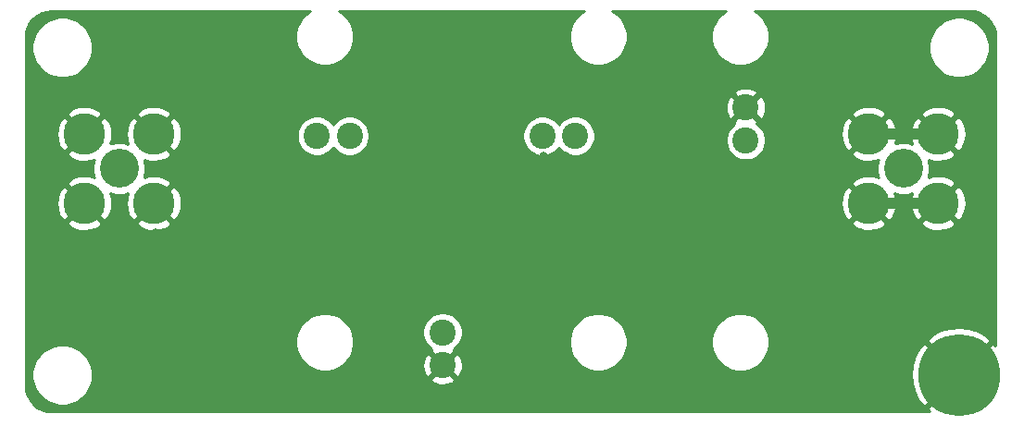
<source format=gbr>
%TF.GenerationSoftware,KiCad,Pcbnew,(5.1.9)-1*%
%TF.CreationDate,2021-06-05T18:29:07-04:00*%
%TF.ProjectId,SMD_Filter,534d445f-4669-46c7-9465-722e6b696361,rev?*%
%TF.SameCoordinates,Original*%
%TF.FileFunction,Copper,L2,Bot*%
%TF.FilePolarity,Positive*%
%FSLAX46Y46*%
G04 Gerber Fmt 4.6, Leading zero omitted, Abs format (unit mm)*
G04 Created by KiCad (PCBNEW (5.1.9)-1) date 2021-06-05 18:29:07*
%MOMM*%
%LPD*%
G01*
G04 APERTURE LIST*
%TA.AperFunction,ComponentPad*%
%ADD10C,7.500000*%
%TD*%
%TA.AperFunction,ComponentPad*%
%ADD11C,2.400000*%
%TD*%
%TA.AperFunction,ComponentPad*%
%ADD12C,3.810000*%
%TD*%
%TA.AperFunction,ComponentPad*%
%ADD13C,3.556000*%
%TD*%
%TA.AperFunction,ViaPad*%
%ADD14C,0.800000*%
%TD*%
%TA.AperFunction,Conductor*%
%ADD15C,1.000000*%
%TD*%
%TA.AperFunction,Conductor*%
%ADD16C,0.254000*%
%TD*%
%TA.AperFunction,Conductor*%
%ADD17C,0.100000*%
%TD*%
G04 APERTURE END LIST*
D10*
%TO.P,H1,1*%
%TO.N,GND*%
X186000000Y-105000000D03*
%TD*%
D11*
%TO.P,L4,2*%
%TO.N,Net-(C4-Pad1)*%
X166500000Y-83500000D03*
%TO.P,L4,1*%
%TO.N,GND*%
X166500000Y-80500000D03*
%TD*%
%TO.P,L3,2*%
%TO.N,Net-(C2-Pad1)*%
X147900000Y-83100000D03*
%TO.P,L3,1*%
%TO.N,Net-(C4-Pad1)*%
X150900000Y-83100000D03*
%TD*%
%TO.P,L2,2*%
%TO.N,Net-(C3-Pad1)*%
X138775000Y-101100000D03*
%TO.P,L2,1*%
%TO.N,GND*%
X138775000Y-104100000D03*
%TD*%
%TO.P,L1,2*%
%TO.N,Net-(C1-Pad1)*%
X127275000Y-83100000D03*
%TO.P,L1,1*%
%TO.N,Net-(C2-Pad1)*%
X130275000Y-83100000D03*
%TD*%
D12*
%TO.P,J2,2*%
%TO.N,GND*%
X184100000Y-89275000D03*
X177750000Y-89275000D03*
X184100000Y-82925000D03*
D13*
%TO.P,J2,1*%
%TO.N,Net-(C4-Pad1)*%
X180925000Y-86100000D03*
D12*
%TO.P,J2,2*%
%TO.N,GND*%
X177750000Y-82925000D03*
%TD*%
%TO.P,J1,2*%
%TO.N,GND*%
X112375000Y-89275000D03*
X106025000Y-89275000D03*
X112375000Y-82925000D03*
D13*
%TO.P,J1,1*%
%TO.N,Net-(C1-Pad2)*%
X109200000Y-86100000D03*
D12*
%TO.P,J1,2*%
%TO.N,GND*%
X106025000Y-82925000D03*
%TD*%
D14*
%TO.N,GND*%
X144000000Y-84000000D03*
X144000000Y-83000000D03*
X144000000Y-82000000D03*
X144000000Y-81000000D03*
X144000000Y-80000000D03*
X144000000Y-79000000D03*
X156000000Y-82000000D03*
X156000000Y-79000000D03*
X156000000Y-83000000D03*
X156000000Y-81000000D03*
X156000000Y-80000000D03*
X152000000Y-85000000D03*
X152000000Y-87000000D03*
X152000000Y-86000000D03*
X161000000Y-80000000D03*
X173000000Y-79000000D03*
X173000000Y-80000000D03*
X161000000Y-79000000D03*
X173000000Y-81000000D03*
X161000000Y-81000000D03*
X173000000Y-82000000D03*
X173000000Y-84000000D03*
X173000000Y-83000000D03*
X163000000Y-82000000D03*
X163000000Y-84000000D03*
X163000000Y-83000000D03*
X117000000Y-80000000D03*
X142400000Y-104100000D03*
X121000000Y-80000000D03*
X121000000Y-83000000D03*
X117000000Y-83000000D03*
X128000000Y-80000000D03*
X130000000Y-80000000D03*
X132000000Y-80000000D03*
X132000000Y-81000000D03*
X134000000Y-81000000D03*
X134000000Y-80000000D03*
X134000000Y-79000000D03*
X132000000Y-79000000D03*
X130000000Y-79000000D03*
X128000000Y-79000000D03*
X126000000Y-79000000D03*
X126000000Y-80000000D03*
X126000000Y-81000000D03*
X127000000Y-86000000D03*
X129000000Y-86000000D03*
X131000000Y-86000000D03*
X129000000Y-85000000D03*
X134000000Y-84000000D03*
X134000000Y-83000000D03*
X134000000Y-82000000D03*
X152000000Y-79000000D03*
X150000000Y-80000000D03*
X146000000Y-82000000D03*
X152000000Y-81000000D03*
X154000000Y-80000000D03*
X148000000Y-79000000D03*
X146000000Y-80000000D03*
X154000000Y-82000000D03*
X152000000Y-80000000D03*
X154000000Y-81000000D03*
X146000000Y-81000000D03*
X150000000Y-79000000D03*
X146000000Y-79000000D03*
X154000000Y-79000000D03*
X148000000Y-80000000D03*
X150000000Y-85000000D03*
X150000000Y-86000000D03*
X150000000Y-87000000D03*
X148000000Y-87000000D03*
X148000000Y-85000000D03*
X148000000Y-86000000D03*
X163000000Y-80000000D03*
X171000000Y-80000000D03*
X171000000Y-79000000D03*
X169000000Y-79000000D03*
X163000000Y-79000000D03*
X171000000Y-81000000D03*
X163000000Y-81000000D03*
X171000000Y-83000000D03*
X171000000Y-82000000D03*
X171000000Y-84000000D03*
X161000000Y-82000000D03*
X161000000Y-83000000D03*
X161000000Y-84000000D03*
X124000000Y-84000000D03*
X124000000Y-80000000D03*
X124000000Y-83000000D03*
X124000000Y-82000000D03*
X124000000Y-81000000D03*
X124000000Y-79000000D03*
X144000000Y-77500000D03*
X156000000Y-77500000D03*
X152000000Y-77500000D03*
X154000000Y-77500000D03*
X148000000Y-77500000D03*
X150000000Y-77500000D03*
X146000000Y-77500000D03*
X154000000Y-92000000D03*
X146000000Y-92000000D03*
X156000000Y-92000000D03*
X150000000Y-92000000D03*
X148000000Y-92000000D03*
X152000000Y-92000000D03*
X144000000Y-92000000D03*
X148000000Y-94000000D03*
X150000000Y-94000000D03*
X154000000Y-94000000D03*
X156000000Y-94000000D03*
X144000000Y-94000000D03*
X146000000Y-94000000D03*
X152000000Y-94000000D03*
X150000000Y-96500000D03*
X146000000Y-96500000D03*
X148000000Y-96500000D03*
X154000000Y-96500000D03*
X156000000Y-96500000D03*
X144000000Y-96500000D03*
X152000000Y-96500000D03*
X164500000Y-94000000D03*
X160500000Y-94000000D03*
X158500000Y-96500000D03*
X162500000Y-92000000D03*
X164500000Y-96500000D03*
X168500000Y-96500000D03*
X164500000Y-92000000D03*
X162500000Y-94000000D03*
X160500000Y-96500000D03*
X168500000Y-94000000D03*
X168500000Y-92000000D03*
X170500000Y-92000000D03*
X170500000Y-94000000D03*
X162500000Y-96500000D03*
X158500000Y-94000000D03*
X158500000Y-92000000D03*
X160500000Y-92000000D03*
X166500000Y-94000000D03*
X166500000Y-96500000D03*
X170500000Y-96500000D03*
X166500000Y-92000000D03*
X173000000Y-92000000D03*
X173000000Y-96500000D03*
X179000000Y-92000000D03*
X183000000Y-94000000D03*
X181000000Y-96500000D03*
X183000000Y-96500000D03*
X177000000Y-94000000D03*
X175000000Y-96500000D03*
X175000000Y-92000000D03*
X181000000Y-94000000D03*
X177000000Y-92000000D03*
X179000000Y-94000000D03*
X185000000Y-94000000D03*
X183000000Y-92000000D03*
X177000000Y-96500000D03*
X173000000Y-94000000D03*
X179000000Y-96500000D03*
X185000000Y-92000000D03*
X185000000Y-96500000D03*
X175000000Y-94000000D03*
X181000000Y-92000000D03*
X128500000Y-94000000D03*
X128500000Y-92000000D03*
X134500000Y-92000000D03*
X126500000Y-94000000D03*
X134500000Y-96500000D03*
X126500000Y-92000000D03*
X132500000Y-94000000D03*
X130500000Y-92000000D03*
X136500000Y-92000000D03*
X136500000Y-94000000D03*
X134500000Y-94000000D03*
X124500000Y-94000000D03*
X124500000Y-92000000D03*
X124500000Y-96500000D03*
X130500000Y-94000000D03*
X130500000Y-96500000D03*
X126500000Y-96500000D03*
X128500000Y-96500000D03*
X132500000Y-92000000D03*
X132500000Y-96500000D03*
X136500000Y-96500000D03*
X112500000Y-94000000D03*
X122500000Y-92000000D03*
X110500000Y-92000000D03*
X114500000Y-94000000D03*
X120500000Y-94000000D03*
X116500000Y-94000000D03*
X118500000Y-92000000D03*
X114500000Y-96500000D03*
X118500000Y-96500000D03*
X122500000Y-96500000D03*
X112500000Y-96500000D03*
X120500000Y-96500000D03*
X122500000Y-94000000D03*
X112500000Y-92000000D03*
X110500000Y-94000000D03*
X118500000Y-94000000D03*
X120500000Y-92000000D03*
X116500000Y-92000000D03*
X110500000Y-96500000D03*
X114500000Y-92000000D03*
X116500000Y-96500000D03*
X136500000Y-100500000D03*
X132000000Y-104500000D03*
X134000000Y-100500000D03*
X132000000Y-100500000D03*
X134000000Y-104500000D03*
X134000000Y-102500000D03*
X136500000Y-102500000D03*
X132000000Y-102500000D03*
X136500000Y-104500000D03*
X157000000Y-104500000D03*
X157000000Y-100500000D03*
X161500000Y-102500000D03*
X157000000Y-102500000D03*
X161500000Y-100500000D03*
X159000000Y-100500000D03*
X161500000Y-104500000D03*
X159000000Y-104500000D03*
X159000000Y-102500000D03*
X150000000Y-104500000D03*
X147500000Y-100500000D03*
X150000000Y-102500000D03*
X150000000Y-100500000D03*
X147500000Y-104500000D03*
X147500000Y-102500000D03*
X133000000Y-90000000D03*
X135000000Y-87500000D03*
X137000000Y-90000000D03*
X135000000Y-90000000D03*
X140500000Y-87500000D03*
X140500000Y-90000000D03*
X142500000Y-90000000D03*
X146000000Y-90000000D03*
X144000000Y-87500000D03*
X144000000Y-90000000D03*
X142500000Y-87500000D03*
X142500000Y-94000000D03*
X140500000Y-96500000D03*
X142500000Y-96500000D03*
X140500000Y-94000000D03*
X140500000Y-92000000D03*
X142500000Y-92000000D03*
X142500000Y-81000000D03*
X140500000Y-83500000D03*
X140500000Y-81000000D03*
X142500000Y-83500000D03*
X142500000Y-79000000D03*
X140500000Y-79000000D03*
X136500000Y-81000000D03*
X136500000Y-83500000D03*
X136500000Y-79000000D03*
X138500000Y-79000000D03*
X138500000Y-81000000D03*
X138500000Y-83500000D03*
X163000000Y-88000000D03*
X167000000Y-90000000D03*
X161000000Y-90000000D03*
X159000000Y-88000000D03*
X165000000Y-90000000D03*
X161000000Y-88000000D03*
X163000000Y-90000000D03*
X169000000Y-90000000D03*
X167000000Y-88000000D03*
X169000000Y-88000000D03*
X159000000Y-90000000D03*
X165000000Y-88000000D03*
X106000000Y-93000000D03*
X106000000Y-95000000D03*
X104000000Y-95000000D03*
X108000000Y-95000000D03*
X104000000Y-93000000D03*
X104000000Y-97500000D03*
X108000000Y-97500000D03*
X108000000Y-93000000D03*
X106000000Y-97500000D03*
X117000000Y-75000000D03*
X115000000Y-73000000D03*
X119000000Y-75000000D03*
X119000000Y-77500000D03*
X117000000Y-77500000D03*
X117000000Y-73000000D03*
X115000000Y-75000000D03*
X115000000Y-77500000D03*
X119000000Y-73000000D03*
X113000000Y-77500000D03*
X109000000Y-73000000D03*
X113000000Y-75000000D03*
X113000000Y-73000000D03*
X109000000Y-75000000D03*
X111000000Y-75000000D03*
X111000000Y-77500000D03*
X111000000Y-73000000D03*
X109000000Y-77500000D03*
X140000000Y-77000000D03*
X136000000Y-72500000D03*
X140000000Y-72500000D03*
X138000000Y-72500000D03*
X134000000Y-72500000D03*
X138000000Y-74500000D03*
X138000000Y-77000000D03*
X136000000Y-74500000D03*
X142000000Y-72500000D03*
X132000000Y-74500000D03*
X140000000Y-74500000D03*
X132000000Y-77000000D03*
X142000000Y-77000000D03*
X132000000Y-72500000D03*
X134000000Y-74500000D03*
X134000000Y-77000000D03*
X142000000Y-74500000D03*
X136000000Y-77000000D03*
X172000000Y-77000000D03*
X182000000Y-77000000D03*
X172000000Y-72500000D03*
X174000000Y-77000000D03*
X182000000Y-74500000D03*
X180000000Y-74500000D03*
X176000000Y-77000000D03*
X178000000Y-74500000D03*
X182000000Y-72500000D03*
X178000000Y-72500000D03*
X180000000Y-77000000D03*
X172000000Y-74500000D03*
X174000000Y-72500000D03*
X176000000Y-72500000D03*
X178000000Y-77000000D03*
X180000000Y-72500000D03*
X176000000Y-74500000D03*
X174000000Y-74500000D03*
%TD*%
D15*
%TO.N,GND*%
X177750000Y-82925000D02*
X184100000Y-82925000D01*
X184100000Y-89275000D02*
X177750000Y-89275000D01*
%TD*%
D16*
%TO.N,GND*%
X126299826Y-71928332D02*
X125928332Y-72299826D01*
X125636451Y-72736657D01*
X125435400Y-73222037D01*
X125332905Y-73737314D01*
X125332905Y-74262686D01*
X125435400Y-74777963D01*
X125636451Y-75263343D01*
X125928332Y-75700174D01*
X126299826Y-76071668D01*
X126736657Y-76363549D01*
X127222037Y-76564600D01*
X127737314Y-76667095D01*
X128262686Y-76667095D01*
X128777963Y-76564600D01*
X129263343Y-76363549D01*
X129700174Y-76071668D01*
X130071668Y-75700174D01*
X130363549Y-75263343D01*
X130564600Y-74777963D01*
X130667095Y-74262686D01*
X130667095Y-73737314D01*
X130564600Y-73222037D01*
X130363549Y-72736657D01*
X130071668Y-72299826D01*
X129700174Y-71928332D01*
X129298587Y-71660000D01*
X151701413Y-71660000D01*
X151299826Y-71928332D01*
X150928332Y-72299826D01*
X150636451Y-72736657D01*
X150435400Y-73222037D01*
X150332905Y-73737314D01*
X150332905Y-74262686D01*
X150435400Y-74777963D01*
X150636451Y-75263343D01*
X150928332Y-75700174D01*
X151299826Y-76071668D01*
X151736657Y-76363549D01*
X152222037Y-76564600D01*
X152737314Y-76667095D01*
X153262686Y-76667095D01*
X153777963Y-76564600D01*
X154263343Y-76363549D01*
X154700174Y-76071668D01*
X155071668Y-75700174D01*
X155363549Y-75263343D01*
X155564600Y-74777963D01*
X155667095Y-74262686D01*
X155667095Y-73737314D01*
X155564600Y-73222037D01*
X155363549Y-72736657D01*
X155071668Y-72299826D01*
X154700174Y-71928332D01*
X154298587Y-71660000D01*
X164701413Y-71660000D01*
X164299826Y-71928332D01*
X163928332Y-72299826D01*
X163636451Y-72736657D01*
X163435400Y-73222037D01*
X163332905Y-73737314D01*
X163332905Y-74262686D01*
X163435400Y-74777963D01*
X163636451Y-75263343D01*
X163928332Y-75700174D01*
X164299826Y-76071668D01*
X164736657Y-76363549D01*
X165222037Y-76564600D01*
X165737314Y-76667095D01*
X166262686Y-76667095D01*
X166777963Y-76564600D01*
X167263343Y-76363549D01*
X167700174Y-76071668D01*
X168071668Y-75700174D01*
X168363549Y-75263343D01*
X168564600Y-74777963D01*
X168574995Y-74725701D01*
X183215000Y-74725701D01*
X183215000Y-75274299D01*
X183322026Y-75812354D01*
X183531965Y-76319192D01*
X183836750Y-76775334D01*
X184224666Y-77163250D01*
X184680808Y-77468035D01*
X185187646Y-77677974D01*
X185725701Y-77785000D01*
X186274299Y-77785000D01*
X186812354Y-77677974D01*
X187319192Y-77468035D01*
X187775334Y-77163250D01*
X188163250Y-76775334D01*
X188468035Y-76319192D01*
X188677974Y-75812354D01*
X188785000Y-75274299D01*
X188785000Y-74725701D01*
X188677974Y-74187646D01*
X188468035Y-73680808D01*
X188163250Y-73224666D01*
X187775334Y-72836750D01*
X187319192Y-72531965D01*
X186812354Y-72322026D01*
X186274299Y-72215000D01*
X185725701Y-72215000D01*
X185187646Y-72322026D01*
X184680808Y-72531965D01*
X184224666Y-72836750D01*
X183836750Y-73224666D01*
X183531965Y-73680808D01*
X183322026Y-74187646D01*
X183215000Y-74725701D01*
X168574995Y-74725701D01*
X168667095Y-74262686D01*
X168667095Y-73737314D01*
X168564600Y-73222037D01*
X168363549Y-72736657D01*
X168071668Y-72299826D01*
X167700174Y-71928332D01*
X167298587Y-71660000D01*
X186967721Y-71660000D01*
X187453893Y-71707670D01*
X187890498Y-71839489D01*
X188293185Y-72053600D01*
X188646612Y-72341848D01*
X188937327Y-72693261D01*
X189154242Y-73094439D01*
X189289106Y-73530113D01*
X189340001Y-74014353D01*
X189340000Y-102281409D01*
X189091872Y-102087733D01*
X186179605Y-105000000D01*
X186193748Y-105014143D01*
X186014143Y-105193748D01*
X186000000Y-105179605D01*
X183087733Y-108091872D01*
X183281409Y-108340000D01*
X103032279Y-108340000D01*
X102546106Y-108292330D01*
X102109503Y-108160512D01*
X101706814Y-107946399D01*
X101353387Y-107658150D01*
X101062673Y-107306739D01*
X100845760Y-106905564D01*
X100710894Y-106469886D01*
X100660000Y-105985664D01*
X100660000Y-104725701D01*
X101215000Y-104725701D01*
X101215000Y-105274299D01*
X101322026Y-105812354D01*
X101531965Y-106319192D01*
X101836750Y-106775334D01*
X102224666Y-107163250D01*
X102680808Y-107468035D01*
X103187646Y-107677974D01*
X103725701Y-107785000D01*
X104274299Y-107785000D01*
X104812354Y-107677974D01*
X105319192Y-107468035D01*
X105775334Y-107163250D01*
X106163250Y-106775334D01*
X106468035Y-106319192D01*
X106677974Y-105812354D01*
X106764376Y-105377980D01*
X137676626Y-105377980D01*
X137796514Y-105662836D01*
X138120210Y-105823699D01*
X138469069Y-105918322D01*
X138829684Y-105943067D01*
X139188198Y-105896985D01*
X139530833Y-105781846D01*
X139753486Y-105662836D01*
X139873374Y-105377980D01*
X138775000Y-104279605D01*
X137676626Y-105377980D01*
X106764376Y-105377980D01*
X106785000Y-105274299D01*
X106785000Y-104725701D01*
X106677974Y-104187646D01*
X106468035Y-103680808D01*
X106163250Y-103224666D01*
X105775334Y-102836750D01*
X105319192Y-102531965D01*
X104812354Y-102322026D01*
X104274299Y-102215000D01*
X103725701Y-102215000D01*
X103187646Y-102322026D01*
X102680808Y-102531965D01*
X102224666Y-102836750D01*
X101836750Y-103224666D01*
X101531965Y-103680808D01*
X101322026Y-104187646D01*
X101215000Y-104725701D01*
X100660000Y-104725701D01*
X100660000Y-101737314D01*
X125332905Y-101737314D01*
X125332905Y-102262686D01*
X125435400Y-102777963D01*
X125636451Y-103263343D01*
X125928332Y-103700174D01*
X126299826Y-104071668D01*
X126736657Y-104363549D01*
X127222037Y-104564600D01*
X127737314Y-104667095D01*
X128262686Y-104667095D01*
X128777963Y-104564600D01*
X129263343Y-104363549D01*
X129575931Y-104154684D01*
X136931933Y-104154684D01*
X136978015Y-104513198D01*
X137093154Y-104855833D01*
X137212164Y-105078486D01*
X137497020Y-105198374D01*
X138595395Y-104100000D01*
X138954605Y-104100000D01*
X140052980Y-105198374D01*
X140337836Y-105078486D01*
X140399707Y-104953986D01*
X181594024Y-104953986D01*
X181669707Y-105814434D01*
X181911801Y-106643583D01*
X182311001Y-107409570D01*
X182362128Y-107486088D01*
X182908128Y-107912267D01*
X185820395Y-105000000D01*
X182908128Y-102087733D01*
X182362128Y-102513912D01*
X181947017Y-103271395D01*
X181687661Y-104095307D01*
X181594024Y-104953986D01*
X140399707Y-104953986D01*
X140498699Y-104754790D01*
X140593322Y-104405931D01*
X140618067Y-104045316D01*
X140571985Y-103686802D01*
X140456846Y-103344167D01*
X140337836Y-103121514D01*
X140052980Y-103001626D01*
X138954605Y-104100000D01*
X138595395Y-104100000D01*
X137497020Y-103001626D01*
X137212164Y-103121514D01*
X137051301Y-103445210D01*
X136956678Y-103794069D01*
X136931933Y-104154684D01*
X129575931Y-104154684D01*
X129700174Y-104071668D01*
X130071668Y-103700174D01*
X130363549Y-103263343D01*
X130564600Y-102777963D01*
X130667095Y-102262686D01*
X130667095Y-101737314D01*
X130564600Y-101222037D01*
X130439189Y-100919268D01*
X136940000Y-100919268D01*
X136940000Y-101280732D01*
X137010518Y-101635250D01*
X137148844Y-101969199D01*
X137349662Y-102269744D01*
X137605256Y-102525338D01*
X137758419Y-102627678D01*
X137676626Y-102822020D01*
X138775000Y-103920395D01*
X139873374Y-102822020D01*
X139791581Y-102627678D01*
X139944744Y-102525338D01*
X140200338Y-102269744D01*
X140401156Y-101969199D01*
X140497205Y-101737314D01*
X150332905Y-101737314D01*
X150332905Y-102262686D01*
X150435400Y-102777963D01*
X150636451Y-103263343D01*
X150928332Y-103700174D01*
X151299826Y-104071668D01*
X151736657Y-104363549D01*
X152222037Y-104564600D01*
X152737314Y-104667095D01*
X153262686Y-104667095D01*
X153777963Y-104564600D01*
X154263343Y-104363549D01*
X154700174Y-104071668D01*
X155071668Y-103700174D01*
X155363549Y-103263343D01*
X155564600Y-102777963D01*
X155667095Y-102262686D01*
X155667095Y-101737314D01*
X163332905Y-101737314D01*
X163332905Y-102262686D01*
X163435400Y-102777963D01*
X163636451Y-103263343D01*
X163928332Y-103700174D01*
X164299826Y-104071668D01*
X164736657Y-104363549D01*
X165222037Y-104564600D01*
X165737314Y-104667095D01*
X166262686Y-104667095D01*
X166777963Y-104564600D01*
X167263343Y-104363549D01*
X167700174Y-104071668D01*
X168071668Y-103700174D01*
X168363549Y-103263343D01*
X168564600Y-102777963D01*
X168667095Y-102262686D01*
X168667095Y-101908128D01*
X183087733Y-101908128D01*
X186000000Y-104820395D01*
X188912267Y-101908128D01*
X188486088Y-101362128D01*
X187728605Y-100947017D01*
X186904693Y-100687661D01*
X186046014Y-100594024D01*
X185185566Y-100669707D01*
X184356417Y-100911801D01*
X183590430Y-101311001D01*
X183513912Y-101362128D01*
X183087733Y-101908128D01*
X168667095Y-101908128D01*
X168667095Y-101737314D01*
X168564600Y-101222037D01*
X168363549Y-100736657D01*
X168071668Y-100299826D01*
X167700174Y-99928332D01*
X167263343Y-99636451D01*
X166777963Y-99435400D01*
X166262686Y-99332905D01*
X165737314Y-99332905D01*
X165222037Y-99435400D01*
X164736657Y-99636451D01*
X164299826Y-99928332D01*
X163928332Y-100299826D01*
X163636451Y-100736657D01*
X163435400Y-101222037D01*
X163332905Y-101737314D01*
X155667095Y-101737314D01*
X155564600Y-101222037D01*
X155363549Y-100736657D01*
X155071668Y-100299826D01*
X154700174Y-99928332D01*
X154263343Y-99636451D01*
X153777963Y-99435400D01*
X153262686Y-99332905D01*
X152737314Y-99332905D01*
X152222037Y-99435400D01*
X151736657Y-99636451D01*
X151299826Y-99928332D01*
X150928332Y-100299826D01*
X150636451Y-100736657D01*
X150435400Y-101222037D01*
X150332905Y-101737314D01*
X140497205Y-101737314D01*
X140539482Y-101635250D01*
X140610000Y-101280732D01*
X140610000Y-100919268D01*
X140539482Y-100564750D01*
X140401156Y-100230801D01*
X140200338Y-99930256D01*
X139944744Y-99674662D01*
X139644199Y-99473844D01*
X139310250Y-99335518D01*
X138955732Y-99265000D01*
X138594268Y-99265000D01*
X138239750Y-99335518D01*
X137905801Y-99473844D01*
X137605256Y-99674662D01*
X137349662Y-99930256D01*
X137148844Y-100230801D01*
X137010518Y-100564750D01*
X136940000Y-100919268D01*
X130439189Y-100919268D01*
X130363549Y-100736657D01*
X130071668Y-100299826D01*
X129700174Y-99928332D01*
X129263343Y-99636451D01*
X128777963Y-99435400D01*
X128262686Y-99332905D01*
X127737314Y-99332905D01*
X127222037Y-99435400D01*
X126736657Y-99636451D01*
X126299826Y-99928332D01*
X125928332Y-100299826D01*
X125636451Y-100736657D01*
X125435400Y-101222037D01*
X125332905Y-101737314D01*
X100660000Y-101737314D01*
X100660000Y-91054907D01*
X104424699Y-91054907D01*
X104629405Y-91411937D01*
X105073117Y-91643143D01*
X105553409Y-91783343D01*
X106051823Y-91827149D01*
X106549208Y-91772877D01*
X107026447Y-91622613D01*
X107420595Y-91411937D01*
X107625301Y-91054907D01*
X110774699Y-91054907D01*
X110979405Y-91411937D01*
X111423117Y-91643143D01*
X111903409Y-91783343D01*
X112401823Y-91827149D01*
X112899208Y-91772877D01*
X113376447Y-91622613D01*
X113770595Y-91411937D01*
X113975301Y-91054907D01*
X176149699Y-91054907D01*
X176354405Y-91411937D01*
X176798117Y-91643143D01*
X177278409Y-91783343D01*
X177776823Y-91827149D01*
X178274208Y-91772877D01*
X178751447Y-91622613D01*
X179145595Y-91411937D01*
X179350301Y-91054907D01*
X182499699Y-91054907D01*
X182704405Y-91411937D01*
X183148117Y-91643143D01*
X183628409Y-91783343D01*
X184126823Y-91827149D01*
X184624208Y-91772877D01*
X185101447Y-91622613D01*
X185495595Y-91411937D01*
X185700301Y-91054907D01*
X184100000Y-89454605D01*
X182499699Y-91054907D01*
X179350301Y-91054907D01*
X177750000Y-89454605D01*
X176149699Y-91054907D01*
X113975301Y-91054907D01*
X112375000Y-89454605D01*
X110774699Y-91054907D01*
X107625301Y-91054907D01*
X106025000Y-89454605D01*
X104424699Y-91054907D01*
X100660000Y-91054907D01*
X100660000Y-89301823D01*
X103472851Y-89301823D01*
X103527123Y-89799208D01*
X103677387Y-90276447D01*
X103888063Y-90670595D01*
X104245093Y-90875301D01*
X105845395Y-89275000D01*
X104245093Y-87674699D01*
X103888063Y-87879405D01*
X103656857Y-88323117D01*
X103516657Y-88803409D01*
X103472851Y-89301823D01*
X100660000Y-89301823D01*
X100660000Y-84704907D01*
X104424699Y-84704907D01*
X104629405Y-85061937D01*
X105073117Y-85293143D01*
X105553409Y-85433343D01*
X106051823Y-85477149D01*
X106549208Y-85422877D01*
X106916574Y-85307208D01*
X106879731Y-85396154D01*
X106787000Y-85862340D01*
X106787000Y-86337660D01*
X106879731Y-86803846D01*
X106914906Y-86888766D01*
X106496591Y-86766657D01*
X105998177Y-86722851D01*
X105500792Y-86777123D01*
X105023553Y-86927387D01*
X104629405Y-87138063D01*
X104424699Y-87495093D01*
X106025000Y-89095395D01*
X106039143Y-89081253D01*
X106218748Y-89260858D01*
X106204605Y-89275000D01*
X107804907Y-90875301D01*
X108161937Y-90670595D01*
X108393143Y-90226883D01*
X108533343Y-89746591D01*
X108577149Y-89248177D01*
X108522877Y-88750792D01*
X108407208Y-88383426D01*
X108496154Y-88420269D01*
X108962340Y-88513000D01*
X109437660Y-88513000D01*
X109903846Y-88420269D01*
X109988766Y-88385094D01*
X109866657Y-88803409D01*
X109822851Y-89301823D01*
X109877123Y-89799208D01*
X110027387Y-90276447D01*
X110238063Y-90670595D01*
X110595093Y-90875301D01*
X112195395Y-89275000D01*
X112554605Y-89275000D01*
X114154907Y-90875301D01*
X114511937Y-90670595D01*
X114743143Y-90226883D01*
X114883343Y-89746591D01*
X114922434Y-89301823D01*
X175197851Y-89301823D01*
X175252123Y-89799208D01*
X175402387Y-90276447D01*
X175613063Y-90670595D01*
X175970093Y-90875301D01*
X177570395Y-89275000D01*
X175970093Y-87674699D01*
X175613063Y-87879405D01*
X175381857Y-88323117D01*
X175241657Y-88803409D01*
X175197851Y-89301823D01*
X114922434Y-89301823D01*
X114927149Y-89248177D01*
X114872877Y-88750792D01*
X114722613Y-88273553D01*
X114511937Y-87879405D01*
X114154907Y-87674699D01*
X112554605Y-89275000D01*
X112195395Y-89275000D01*
X112181253Y-89260858D01*
X112360858Y-89081253D01*
X112375000Y-89095395D01*
X113975301Y-87495093D01*
X113770595Y-87138063D01*
X113326883Y-86906857D01*
X112846591Y-86766657D01*
X112348177Y-86722851D01*
X111850792Y-86777123D01*
X111483426Y-86892792D01*
X111520269Y-86803846D01*
X111613000Y-86337660D01*
X111613000Y-85862340D01*
X111520269Y-85396154D01*
X111485094Y-85311234D01*
X111903409Y-85433343D01*
X112401823Y-85477149D01*
X112899208Y-85422877D01*
X113376447Y-85272613D01*
X113770595Y-85061937D01*
X113975301Y-84704907D01*
X112375000Y-83104605D01*
X112360858Y-83118748D01*
X112181253Y-82939143D01*
X112195395Y-82925000D01*
X112554605Y-82925000D01*
X114154907Y-84525301D01*
X114511937Y-84320595D01*
X114743143Y-83876883D01*
X114883343Y-83396591D01*
X114925295Y-82919268D01*
X125440000Y-82919268D01*
X125440000Y-83280732D01*
X125510518Y-83635250D01*
X125648844Y-83969199D01*
X125849662Y-84269744D01*
X126105256Y-84525338D01*
X126405801Y-84726156D01*
X126739750Y-84864482D01*
X127094268Y-84935000D01*
X127455732Y-84935000D01*
X127810250Y-84864482D01*
X128144199Y-84726156D01*
X128444744Y-84525338D01*
X128700338Y-84269744D01*
X128775000Y-84158005D01*
X128849662Y-84269744D01*
X129105256Y-84525338D01*
X129405801Y-84726156D01*
X129739750Y-84864482D01*
X130094268Y-84935000D01*
X130455732Y-84935000D01*
X130810250Y-84864482D01*
X131144199Y-84726156D01*
X131444744Y-84525338D01*
X131700338Y-84269744D01*
X131901156Y-83969199D01*
X132039482Y-83635250D01*
X132110000Y-83280732D01*
X132110000Y-82919268D01*
X146065000Y-82919268D01*
X146065000Y-83280732D01*
X146135518Y-83635250D01*
X146273844Y-83969199D01*
X146474662Y-84269744D01*
X146730256Y-84525338D01*
X147030801Y-84726156D01*
X147364750Y-84864482D01*
X147719268Y-84935000D01*
X148080732Y-84935000D01*
X148435250Y-84864482D01*
X148769199Y-84726156D01*
X149069744Y-84525338D01*
X149325338Y-84269744D01*
X149400000Y-84158005D01*
X149474662Y-84269744D01*
X149730256Y-84525338D01*
X150030801Y-84726156D01*
X150364750Y-84864482D01*
X150719268Y-84935000D01*
X151080732Y-84935000D01*
X151435250Y-84864482D01*
X151769199Y-84726156D01*
X152069744Y-84525338D01*
X152325338Y-84269744D01*
X152526156Y-83969199D01*
X152664482Y-83635250D01*
X152727334Y-83319268D01*
X164665000Y-83319268D01*
X164665000Y-83680732D01*
X164735518Y-84035250D01*
X164873844Y-84369199D01*
X165074662Y-84669744D01*
X165330256Y-84925338D01*
X165630801Y-85126156D01*
X165964750Y-85264482D01*
X166319268Y-85335000D01*
X166680732Y-85335000D01*
X167035250Y-85264482D01*
X167369199Y-85126156D01*
X167669744Y-84925338D01*
X167890175Y-84704907D01*
X176149699Y-84704907D01*
X176354405Y-85061937D01*
X176798117Y-85293143D01*
X177278409Y-85433343D01*
X177776823Y-85477149D01*
X178274208Y-85422877D01*
X178641574Y-85307208D01*
X178604731Y-85396154D01*
X178512000Y-85862340D01*
X178512000Y-86337660D01*
X178604731Y-86803846D01*
X178639906Y-86888766D01*
X178221591Y-86766657D01*
X177723177Y-86722851D01*
X177225792Y-86777123D01*
X176748553Y-86927387D01*
X176354405Y-87138063D01*
X176149699Y-87495093D01*
X177750000Y-89095395D01*
X177764143Y-89081253D01*
X177943748Y-89260858D01*
X177929605Y-89275000D01*
X179529907Y-90875301D01*
X179886937Y-90670595D01*
X180118143Y-90226883D01*
X180258343Y-89746591D01*
X180302149Y-89248177D01*
X180247877Y-88750792D01*
X180132208Y-88383426D01*
X180221154Y-88420269D01*
X180687340Y-88513000D01*
X181162660Y-88513000D01*
X181628846Y-88420269D01*
X181713766Y-88385094D01*
X181591657Y-88803409D01*
X181547851Y-89301823D01*
X181602123Y-89799208D01*
X181752387Y-90276447D01*
X181963063Y-90670595D01*
X182320093Y-90875301D01*
X183920395Y-89275000D01*
X184279605Y-89275000D01*
X185879907Y-90875301D01*
X186236937Y-90670595D01*
X186468143Y-90226883D01*
X186608343Y-89746591D01*
X186652149Y-89248177D01*
X186597877Y-88750792D01*
X186447613Y-88273553D01*
X186236937Y-87879405D01*
X185879907Y-87674699D01*
X184279605Y-89275000D01*
X183920395Y-89275000D01*
X183906253Y-89260858D01*
X184085858Y-89081253D01*
X184100000Y-89095395D01*
X185700301Y-87495093D01*
X185495595Y-87138063D01*
X185051883Y-86906857D01*
X184571591Y-86766657D01*
X184073177Y-86722851D01*
X183575792Y-86777123D01*
X183208426Y-86892792D01*
X183245269Y-86803846D01*
X183338000Y-86337660D01*
X183338000Y-85862340D01*
X183245269Y-85396154D01*
X183210094Y-85311234D01*
X183628409Y-85433343D01*
X184126823Y-85477149D01*
X184624208Y-85422877D01*
X185101447Y-85272613D01*
X185495595Y-85061937D01*
X185700301Y-84704907D01*
X184100000Y-83104605D01*
X184085858Y-83118748D01*
X183906253Y-82939143D01*
X183920395Y-82925000D01*
X184279605Y-82925000D01*
X185879907Y-84525301D01*
X186236937Y-84320595D01*
X186468143Y-83876883D01*
X186608343Y-83396591D01*
X186652149Y-82898177D01*
X186597877Y-82400792D01*
X186447613Y-81923553D01*
X186236937Y-81529405D01*
X185879907Y-81324699D01*
X184279605Y-82925000D01*
X183920395Y-82925000D01*
X182320093Y-81324699D01*
X181963063Y-81529405D01*
X181731857Y-81973117D01*
X181591657Y-82453409D01*
X181547851Y-82951823D01*
X181602123Y-83449208D01*
X181717792Y-83816574D01*
X181628846Y-83779731D01*
X181162660Y-83687000D01*
X180687340Y-83687000D01*
X180221154Y-83779731D01*
X180136234Y-83814906D01*
X180258343Y-83396591D01*
X180302149Y-82898177D01*
X180247877Y-82400792D01*
X180097613Y-81923553D01*
X179886937Y-81529405D01*
X179529907Y-81324699D01*
X177929605Y-82925000D01*
X177943748Y-82939143D01*
X177764143Y-83118748D01*
X177750000Y-83104605D01*
X176149699Y-84704907D01*
X167890175Y-84704907D01*
X167925338Y-84669744D01*
X168126156Y-84369199D01*
X168264482Y-84035250D01*
X168335000Y-83680732D01*
X168335000Y-83319268D01*
X168264482Y-82964750D01*
X168259128Y-82951823D01*
X175197851Y-82951823D01*
X175252123Y-83449208D01*
X175402387Y-83926447D01*
X175613063Y-84320595D01*
X175970093Y-84525301D01*
X177570395Y-82925000D01*
X175970093Y-81324699D01*
X175613063Y-81529405D01*
X175381857Y-81973117D01*
X175241657Y-82453409D01*
X175197851Y-82951823D01*
X168259128Y-82951823D01*
X168126156Y-82630801D01*
X167925338Y-82330256D01*
X167669744Y-82074662D01*
X167516581Y-81972322D01*
X167598374Y-81777980D01*
X166500000Y-80679605D01*
X165401626Y-81777980D01*
X165483419Y-81972322D01*
X165330256Y-82074662D01*
X165074662Y-82330256D01*
X164873844Y-82630801D01*
X164735518Y-82964750D01*
X164665000Y-83319268D01*
X152727334Y-83319268D01*
X152735000Y-83280732D01*
X152735000Y-82919268D01*
X152664482Y-82564750D01*
X152526156Y-82230801D01*
X152325338Y-81930256D01*
X152069744Y-81674662D01*
X151769199Y-81473844D01*
X151435250Y-81335518D01*
X151080732Y-81265000D01*
X150719268Y-81265000D01*
X150364750Y-81335518D01*
X150030801Y-81473844D01*
X149730256Y-81674662D01*
X149474662Y-81930256D01*
X149400000Y-82041995D01*
X149325338Y-81930256D01*
X149069744Y-81674662D01*
X148769199Y-81473844D01*
X148435250Y-81335518D01*
X148080732Y-81265000D01*
X147719268Y-81265000D01*
X147364750Y-81335518D01*
X147030801Y-81473844D01*
X146730256Y-81674662D01*
X146474662Y-81930256D01*
X146273844Y-82230801D01*
X146135518Y-82564750D01*
X146065000Y-82919268D01*
X132110000Y-82919268D01*
X132039482Y-82564750D01*
X131901156Y-82230801D01*
X131700338Y-81930256D01*
X131444744Y-81674662D01*
X131144199Y-81473844D01*
X130810250Y-81335518D01*
X130455732Y-81265000D01*
X130094268Y-81265000D01*
X129739750Y-81335518D01*
X129405801Y-81473844D01*
X129105256Y-81674662D01*
X128849662Y-81930256D01*
X128775000Y-82041995D01*
X128700338Y-81930256D01*
X128444744Y-81674662D01*
X128144199Y-81473844D01*
X127810250Y-81335518D01*
X127455732Y-81265000D01*
X127094268Y-81265000D01*
X126739750Y-81335518D01*
X126405801Y-81473844D01*
X126105256Y-81674662D01*
X125849662Y-81930256D01*
X125648844Y-82230801D01*
X125510518Y-82564750D01*
X125440000Y-82919268D01*
X114925295Y-82919268D01*
X114927149Y-82898177D01*
X114872877Y-82400792D01*
X114722613Y-81923553D01*
X114511937Y-81529405D01*
X114154907Y-81324699D01*
X112554605Y-82925000D01*
X112195395Y-82925000D01*
X110595093Y-81324699D01*
X110238063Y-81529405D01*
X110006857Y-81973117D01*
X109866657Y-82453409D01*
X109822851Y-82951823D01*
X109877123Y-83449208D01*
X109992792Y-83816574D01*
X109903846Y-83779731D01*
X109437660Y-83687000D01*
X108962340Y-83687000D01*
X108496154Y-83779731D01*
X108411234Y-83814906D01*
X108533343Y-83396591D01*
X108577149Y-82898177D01*
X108522877Y-82400792D01*
X108372613Y-81923553D01*
X108161937Y-81529405D01*
X107804907Y-81324699D01*
X106204605Y-82925000D01*
X106218748Y-82939143D01*
X106039143Y-83118748D01*
X106025000Y-83104605D01*
X104424699Y-84704907D01*
X100660000Y-84704907D01*
X100660000Y-82951823D01*
X103472851Y-82951823D01*
X103527123Y-83449208D01*
X103677387Y-83926447D01*
X103888063Y-84320595D01*
X104245093Y-84525301D01*
X105845395Y-82925000D01*
X104245093Y-81324699D01*
X103888063Y-81529405D01*
X103656857Y-81973117D01*
X103516657Y-82453409D01*
X103472851Y-82951823D01*
X100660000Y-82951823D01*
X100660000Y-81145093D01*
X104424699Y-81145093D01*
X106025000Y-82745395D01*
X107625301Y-81145093D01*
X110774699Y-81145093D01*
X112375000Y-82745395D01*
X113975301Y-81145093D01*
X113770595Y-80788063D01*
X113326883Y-80556857D01*
X113319439Y-80554684D01*
X164656933Y-80554684D01*
X164703015Y-80913198D01*
X164818154Y-81255833D01*
X164937164Y-81478486D01*
X165222020Y-81598374D01*
X166320395Y-80500000D01*
X166679605Y-80500000D01*
X167777980Y-81598374D01*
X168062836Y-81478486D01*
X168223699Y-81154790D01*
X168226329Y-81145093D01*
X176149699Y-81145093D01*
X177750000Y-82745395D01*
X179350301Y-81145093D01*
X182499699Y-81145093D01*
X184100000Y-82745395D01*
X185700301Y-81145093D01*
X185495595Y-80788063D01*
X185051883Y-80556857D01*
X184571591Y-80416657D01*
X184073177Y-80372851D01*
X183575792Y-80427123D01*
X183098553Y-80577387D01*
X182704405Y-80788063D01*
X182499699Y-81145093D01*
X179350301Y-81145093D01*
X179145595Y-80788063D01*
X178701883Y-80556857D01*
X178221591Y-80416657D01*
X177723177Y-80372851D01*
X177225792Y-80427123D01*
X176748553Y-80577387D01*
X176354405Y-80788063D01*
X176149699Y-81145093D01*
X168226329Y-81145093D01*
X168318322Y-80805931D01*
X168343067Y-80445316D01*
X168296985Y-80086802D01*
X168181846Y-79744167D01*
X168062836Y-79521514D01*
X167777980Y-79401626D01*
X166679605Y-80500000D01*
X166320395Y-80500000D01*
X165222020Y-79401626D01*
X164937164Y-79521514D01*
X164776301Y-79845210D01*
X164681678Y-80194069D01*
X164656933Y-80554684D01*
X113319439Y-80554684D01*
X112846591Y-80416657D01*
X112348177Y-80372851D01*
X111850792Y-80427123D01*
X111373553Y-80577387D01*
X110979405Y-80788063D01*
X110774699Y-81145093D01*
X107625301Y-81145093D01*
X107420595Y-80788063D01*
X106976883Y-80556857D01*
X106496591Y-80416657D01*
X105998177Y-80372851D01*
X105500792Y-80427123D01*
X105023553Y-80577387D01*
X104629405Y-80788063D01*
X104424699Y-81145093D01*
X100660000Y-81145093D01*
X100660000Y-79222020D01*
X165401626Y-79222020D01*
X166500000Y-80320395D01*
X167598374Y-79222020D01*
X167478486Y-78937164D01*
X167154790Y-78776301D01*
X166805931Y-78681678D01*
X166445316Y-78656933D01*
X166086802Y-78703015D01*
X165744167Y-78818154D01*
X165521514Y-78937164D01*
X165401626Y-79222020D01*
X100660000Y-79222020D01*
X100660000Y-74725701D01*
X101215000Y-74725701D01*
X101215000Y-75274299D01*
X101322026Y-75812354D01*
X101531965Y-76319192D01*
X101836750Y-76775334D01*
X102224666Y-77163250D01*
X102680808Y-77468035D01*
X103187646Y-77677974D01*
X103725701Y-77785000D01*
X104274299Y-77785000D01*
X104812354Y-77677974D01*
X105319192Y-77468035D01*
X105775334Y-77163250D01*
X106163250Y-76775334D01*
X106468035Y-76319192D01*
X106677974Y-75812354D01*
X106785000Y-75274299D01*
X106785000Y-74725701D01*
X106677974Y-74187646D01*
X106468035Y-73680808D01*
X106163250Y-73224666D01*
X105775334Y-72836750D01*
X105319192Y-72531965D01*
X104812354Y-72322026D01*
X104274299Y-72215000D01*
X103725701Y-72215000D01*
X103187646Y-72322026D01*
X102680808Y-72531965D01*
X102224666Y-72836750D01*
X101836750Y-73224666D01*
X101531965Y-73680808D01*
X101322026Y-74187646D01*
X101215000Y-74725701D01*
X100660000Y-74725701D01*
X100660000Y-74032279D01*
X100707670Y-73546107D01*
X100839489Y-73109502D01*
X101053600Y-72706815D01*
X101341848Y-72353388D01*
X101693261Y-72062673D01*
X102094439Y-71845758D01*
X102530113Y-71710894D01*
X103014344Y-71660000D01*
X126701413Y-71660000D01*
X126299826Y-71928332D01*
%TA.AperFunction,Conductor*%
D17*
G36*
X126299826Y-71928332D02*
G01*
X125928332Y-72299826D01*
X125636451Y-72736657D01*
X125435400Y-73222037D01*
X125332905Y-73737314D01*
X125332905Y-74262686D01*
X125435400Y-74777963D01*
X125636451Y-75263343D01*
X125928332Y-75700174D01*
X126299826Y-76071668D01*
X126736657Y-76363549D01*
X127222037Y-76564600D01*
X127737314Y-76667095D01*
X128262686Y-76667095D01*
X128777963Y-76564600D01*
X129263343Y-76363549D01*
X129700174Y-76071668D01*
X130071668Y-75700174D01*
X130363549Y-75263343D01*
X130564600Y-74777963D01*
X130667095Y-74262686D01*
X130667095Y-73737314D01*
X130564600Y-73222037D01*
X130363549Y-72736657D01*
X130071668Y-72299826D01*
X129700174Y-71928332D01*
X129298587Y-71660000D01*
X151701413Y-71660000D01*
X151299826Y-71928332D01*
X150928332Y-72299826D01*
X150636451Y-72736657D01*
X150435400Y-73222037D01*
X150332905Y-73737314D01*
X150332905Y-74262686D01*
X150435400Y-74777963D01*
X150636451Y-75263343D01*
X150928332Y-75700174D01*
X151299826Y-76071668D01*
X151736657Y-76363549D01*
X152222037Y-76564600D01*
X152737314Y-76667095D01*
X153262686Y-76667095D01*
X153777963Y-76564600D01*
X154263343Y-76363549D01*
X154700174Y-76071668D01*
X155071668Y-75700174D01*
X155363549Y-75263343D01*
X155564600Y-74777963D01*
X155667095Y-74262686D01*
X155667095Y-73737314D01*
X155564600Y-73222037D01*
X155363549Y-72736657D01*
X155071668Y-72299826D01*
X154700174Y-71928332D01*
X154298587Y-71660000D01*
X164701413Y-71660000D01*
X164299826Y-71928332D01*
X163928332Y-72299826D01*
X163636451Y-72736657D01*
X163435400Y-73222037D01*
X163332905Y-73737314D01*
X163332905Y-74262686D01*
X163435400Y-74777963D01*
X163636451Y-75263343D01*
X163928332Y-75700174D01*
X164299826Y-76071668D01*
X164736657Y-76363549D01*
X165222037Y-76564600D01*
X165737314Y-76667095D01*
X166262686Y-76667095D01*
X166777963Y-76564600D01*
X167263343Y-76363549D01*
X167700174Y-76071668D01*
X168071668Y-75700174D01*
X168363549Y-75263343D01*
X168564600Y-74777963D01*
X168574995Y-74725701D01*
X183215000Y-74725701D01*
X183215000Y-75274299D01*
X183322026Y-75812354D01*
X183531965Y-76319192D01*
X183836750Y-76775334D01*
X184224666Y-77163250D01*
X184680808Y-77468035D01*
X185187646Y-77677974D01*
X185725701Y-77785000D01*
X186274299Y-77785000D01*
X186812354Y-77677974D01*
X187319192Y-77468035D01*
X187775334Y-77163250D01*
X188163250Y-76775334D01*
X188468035Y-76319192D01*
X188677974Y-75812354D01*
X188785000Y-75274299D01*
X188785000Y-74725701D01*
X188677974Y-74187646D01*
X188468035Y-73680808D01*
X188163250Y-73224666D01*
X187775334Y-72836750D01*
X187319192Y-72531965D01*
X186812354Y-72322026D01*
X186274299Y-72215000D01*
X185725701Y-72215000D01*
X185187646Y-72322026D01*
X184680808Y-72531965D01*
X184224666Y-72836750D01*
X183836750Y-73224666D01*
X183531965Y-73680808D01*
X183322026Y-74187646D01*
X183215000Y-74725701D01*
X168574995Y-74725701D01*
X168667095Y-74262686D01*
X168667095Y-73737314D01*
X168564600Y-73222037D01*
X168363549Y-72736657D01*
X168071668Y-72299826D01*
X167700174Y-71928332D01*
X167298587Y-71660000D01*
X186967721Y-71660000D01*
X187453893Y-71707670D01*
X187890498Y-71839489D01*
X188293185Y-72053600D01*
X188646612Y-72341848D01*
X188937327Y-72693261D01*
X189154242Y-73094439D01*
X189289106Y-73530113D01*
X189340001Y-74014353D01*
X189340000Y-102281409D01*
X189091872Y-102087733D01*
X186179605Y-105000000D01*
X186193748Y-105014143D01*
X186014143Y-105193748D01*
X186000000Y-105179605D01*
X183087733Y-108091872D01*
X183281409Y-108340000D01*
X103032279Y-108340000D01*
X102546106Y-108292330D01*
X102109503Y-108160512D01*
X101706814Y-107946399D01*
X101353387Y-107658150D01*
X101062673Y-107306739D01*
X100845760Y-106905564D01*
X100710894Y-106469886D01*
X100660000Y-105985664D01*
X100660000Y-104725701D01*
X101215000Y-104725701D01*
X101215000Y-105274299D01*
X101322026Y-105812354D01*
X101531965Y-106319192D01*
X101836750Y-106775334D01*
X102224666Y-107163250D01*
X102680808Y-107468035D01*
X103187646Y-107677974D01*
X103725701Y-107785000D01*
X104274299Y-107785000D01*
X104812354Y-107677974D01*
X105319192Y-107468035D01*
X105775334Y-107163250D01*
X106163250Y-106775334D01*
X106468035Y-106319192D01*
X106677974Y-105812354D01*
X106764376Y-105377980D01*
X137676626Y-105377980D01*
X137796514Y-105662836D01*
X138120210Y-105823699D01*
X138469069Y-105918322D01*
X138829684Y-105943067D01*
X139188198Y-105896985D01*
X139530833Y-105781846D01*
X139753486Y-105662836D01*
X139873374Y-105377980D01*
X138775000Y-104279605D01*
X137676626Y-105377980D01*
X106764376Y-105377980D01*
X106785000Y-105274299D01*
X106785000Y-104725701D01*
X106677974Y-104187646D01*
X106468035Y-103680808D01*
X106163250Y-103224666D01*
X105775334Y-102836750D01*
X105319192Y-102531965D01*
X104812354Y-102322026D01*
X104274299Y-102215000D01*
X103725701Y-102215000D01*
X103187646Y-102322026D01*
X102680808Y-102531965D01*
X102224666Y-102836750D01*
X101836750Y-103224666D01*
X101531965Y-103680808D01*
X101322026Y-104187646D01*
X101215000Y-104725701D01*
X100660000Y-104725701D01*
X100660000Y-101737314D01*
X125332905Y-101737314D01*
X125332905Y-102262686D01*
X125435400Y-102777963D01*
X125636451Y-103263343D01*
X125928332Y-103700174D01*
X126299826Y-104071668D01*
X126736657Y-104363549D01*
X127222037Y-104564600D01*
X127737314Y-104667095D01*
X128262686Y-104667095D01*
X128777963Y-104564600D01*
X129263343Y-104363549D01*
X129575931Y-104154684D01*
X136931933Y-104154684D01*
X136978015Y-104513198D01*
X137093154Y-104855833D01*
X137212164Y-105078486D01*
X137497020Y-105198374D01*
X138595395Y-104100000D01*
X138954605Y-104100000D01*
X140052980Y-105198374D01*
X140337836Y-105078486D01*
X140399707Y-104953986D01*
X181594024Y-104953986D01*
X181669707Y-105814434D01*
X181911801Y-106643583D01*
X182311001Y-107409570D01*
X182362128Y-107486088D01*
X182908128Y-107912267D01*
X185820395Y-105000000D01*
X182908128Y-102087733D01*
X182362128Y-102513912D01*
X181947017Y-103271395D01*
X181687661Y-104095307D01*
X181594024Y-104953986D01*
X140399707Y-104953986D01*
X140498699Y-104754790D01*
X140593322Y-104405931D01*
X140618067Y-104045316D01*
X140571985Y-103686802D01*
X140456846Y-103344167D01*
X140337836Y-103121514D01*
X140052980Y-103001626D01*
X138954605Y-104100000D01*
X138595395Y-104100000D01*
X137497020Y-103001626D01*
X137212164Y-103121514D01*
X137051301Y-103445210D01*
X136956678Y-103794069D01*
X136931933Y-104154684D01*
X129575931Y-104154684D01*
X129700174Y-104071668D01*
X130071668Y-103700174D01*
X130363549Y-103263343D01*
X130564600Y-102777963D01*
X130667095Y-102262686D01*
X130667095Y-101737314D01*
X130564600Y-101222037D01*
X130439189Y-100919268D01*
X136940000Y-100919268D01*
X136940000Y-101280732D01*
X137010518Y-101635250D01*
X137148844Y-101969199D01*
X137349662Y-102269744D01*
X137605256Y-102525338D01*
X137758419Y-102627678D01*
X137676626Y-102822020D01*
X138775000Y-103920395D01*
X139873374Y-102822020D01*
X139791581Y-102627678D01*
X139944744Y-102525338D01*
X140200338Y-102269744D01*
X140401156Y-101969199D01*
X140497205Y-101737314D01*
X150332905Y-101737314D01*
X150332905Y-102262686D01*
X150435400Y-102777963D01*
X150636451Y-103263343D01*
X150928332Y-103700174D01*
X151299826Y-104071668D01*
X151736657Y-104363549D01*
X152222037Y-104564600D01*
X152737314Y-104667095D01*
X153262686Y-104667095D01*
X153777963Y-104564600D01*
X154263343Y-104363549D01*
X154700174Y-104071668D01*
X155071668Y-103700174D01*
X155363549Y-103263343D01*
X155564600Y-102777963D01*
X155667095Y-102262686D01*
X155667095Y-101737314D01*
X163332905Y-101737314D01*
X163332905Y-102262686D01*
X163435400Y-102777963D01*
X163636451Y-103263343D01*
X163928332Y-103700174D01*
X164299826Y-104071668D01*
X164736657Y-104363549D01*
X165222037Y-104564600D01*
X165737314Y-104667095D01*
X166262686Y-104667095D01*
X166777963Y-104564600D01*
X167263343Y-104363549D01*
X167700174Y-104071668D01*
X168071668Y-103700174D01*
X168363549Y-103263343D01*
X168564600Y-102777963D01*
X168667095Y-102262686D01*
X168667095Y-101908128D01*
X183087733Y-101908128D01*
X186000000Y-104820395D01*
X188912267Y-101908128D01*
X188486088Y-101362128D01*
X187728605Y-100947017D01*
X186904693Y-100687661D01*
X186046014Y-100594024D01*
X185185566Y-100669707D01*
X184356417Y-100911801D01*
X183590430Y-101311001D01*
X183513912Y-101362128D01*
X183087733Y-101908128D01*
X168667095Y-101908128D01*
X168667095Y-101737314D01*
X168564600Y-101222037D01*
X168363549Y-100736657D01*
X168071668Y-100299826D01*
X167700174Y-99928332D01*
X167263343Y-99636451D01*
X166777963Y-99435400D01*
X166262686Y-99332905D01*
X165737314Y-99332905D01*
X165222037Y-99435400D01*
X164736657Y-99636451D01*
X164299826Y-99928332D01*
X163928332Y-100299826D01*
X163636451Y-100736657D01*
X163435400Y-101222037D01*
X163332905Y-101737314D01*
X155667095Y-101737314D01*
X155564600Y-101222037D01*
X155363549Y-100736657D01*
X155071668Y-100299826D01*
X154700174Y-99928332D01*
X154263343Y-99636451D01*
X153777963Y-99435400D01*
X153262686Y-99332905D01*
X152737314Y-99332905D01*
X152222037Y-99435400D01*
X151736657Y-99636451D01*
X151299826Y-99928332D01*
X150928332Y-100299826D01*
X150636451Y-100736657D01*
X150435400Y-101222037D01*
X150332905Y-101737314D01*
X140497205Y-101737314D01*
X140539482Y-101635250D01*
X140610000Y-101280732D01*
X140610000Y-100919268D01*
X140539482Y-100564750D01*
X140401156Y-100230801D01*
X140200338Y-99930256D01*
X139944744Y-99674662D01*
X139644199Y-99473844D01*
X139310250Y-99335518D01*
X138955732Y-99265000D01*
X138594268Y-99265000D01*
X138239750Y-99335518D01*
X137905801Y-99473844D01*
X137605256Y-99674662D01*
X137349662Y-99930256D01*
X137148844Y-100230801D01*
X137010518Y-100564750D01*
X136940000Y-100919268D01*
X130439189Y-100919268D01*
X130363549Y-100736657D01*
X130071668Y-100299826D01*
X129700174Y-99928332D01*
X129263343Y-99636451D01*
X128777963Y-99435400D01*
X128262686Y-99332905D01*
X127737314Y-99332905D01*
X127222037Y-99435400D01*
X126736657Y-99636451D01*
X126299826Y-99928332D01*
X125928332Y-100299826D01*
X125636451Y-100736657D01*
X125435400Y-101222037D01*
X125332905Y-101737314D01*
X100660000Y-101737314D01*
X100660000Y-91054907D01*
X104424699Y-91054907D01*
X104629405Y-91411937D01*
X105073117Y-91643143D01*
X105553409Y-91783343D01*
X106051823Y-91827149D01*
X106549208Y-91772877D01*
X107026447Y-91622613D01*
X107420595Y-91411937D01*
X107625301Y-91054907D01*
X110774699Y-91054907D01*
X110979405Y-91411937D01*
X111423117Y-91643143D01*
X111903409Y-91783343D01*
X112401823Y-91827149D01*
X112899208Y-91772877D01*
X113376447Y-91622613D01*
X113770595Y-91411937D01*
X113975301Y-91054907D01*
X176149699Y-91054907D01*
X176354405Y-91411937D01*
X176798117Y-91643143D01*
X177278409Y-91783343D01*
X177776823Y-91827149D01*
X178274208Y-91772877D01*
X178751447Y-91622613D01*
X179145595Y-91411937D01*
X179350301Y-91054907D01*
X182499699Y-91054907D01*
X182704405Y-91411937D01*
X183148117Y-91643143D01*
X183628409Y-91783343D01*
X184126823Y-91827149D01*
X184624208Y-91772877D01*
X185101447Y-91622613D01*
X185495595Y-91411937D01*
X185700301Y-91054907D01*
X184100000Y-89454605D01*
X182499699Y-91054907D01*
X179350301Y-91054907D01*
X177750000Y-89454605D01*
X176149699Y-91054907D01*
X113975301Y-91054907D01*
X112375000Y-89454605D01*
X110774699Y-91054907D01*
X107625301Y-91054907D01*
X106025000Y-89454605D01*
X104424699Y-91054907D01*
X100660000Y-91054907D01*
X100660000Y-89301823D01*
X103472851Y-89301823D01*
X103527123Y-89799208D01*
X103677387Y-90276447D01*
X103888063Y-90670595D01*
X104245093Y-90875301D01*
X105845395Y-89275000D01*
X104245093Y-87674699D01*
X103888063Y-87879405D01*
X103656857Y-88323117D01*
X103516657Y-88803409D01*
X103472851Y-89301823D01*
X100660000Y-89301823D01*
X100660000Y-84704907D01*
X104424699Y-84704907D01*
X104629405Y-85061937D01*
X105073117Y-85293143D01*
X105553409Y-85433343D01*
X106051823Y-85477149D01*
X106549208Y-85422877D01*
X106916574Y-85307208D01*
X106879731Y-85396154D01*
X106787000Y-85862340D01*
X106787000Y-86337660D01*
X106879731Y-86803846D01*
X106914906Y-86888766D01*
X106496591Y-86766657D01*
X105998177Y-86722851D01*
X105500792Y-86777123D01*
X105023553Y-86927387D01*
X104629405Y-87138063D01*
X104424699Y-87495093D01*
X106025000Y-89095395D01*
X106039143Y-89081253D01*
X106218748Y-89260858D01*
X106204605Y-89275000D01*
X107804907Y-90875301D01*
X108161937Y-90670595D01*
X108393143Y-90226883D01*
X108533343Y-89746591D01*
X108577149Y-89248177D01*
X108522877Y-88750792D01*
X108407208Y-88383426D01*
X108496154Y-88420269D01*
X108962340Y-88513000D01*
X109437660Y-88513000D01*
X109903846Y-88420269D01*
X109988766Y-88385094D01*
X109866657Y-88803409D01*
X109822851Y-89301823D01*
X109877123Y-89799208D01*
X110027387Y-90276447D01*
X110238063Y-90670595D01*
X110595093Y-90875301D01*
X112195395Y-89275000D01*
X112554605Y-89275000D01*
X114154907Y-90875301D01*
X114511937Y-90670595D01*
X114743143Y-90226883D01*
X114883343Y-89746591D01*
X114922434Y-89301823D01*
X175197851Y-89301823D01*
X175252123Y-89799208D01*
X175402387Y-90276447D01*
X175613063Y-90670595D01*
X175970093Y-90875301D01*
X177570395Y-89275000D01*
X175970093Y-87674699D01*
X175613063Y-87879405D01*
X175381857Y-88323117D01*
X175241657Y-88803409D01*
X175197851Y-89301823D01*
X114922434Y-89301823D01*
X114927149Y-89248177D01*
X114872877Y-88750792D01*
X114722613Y-88273553D01*
X114511937Y-87879405D01*
X114154907Y-87674699D01*
X112554605Y-89275000D01*
X112195395Y-89275000D01*
X112181253Y-89260858D01*
X112360858Y-89081253D01*
X112375000Y-89095395D01*
X113975301Y-87495093D01*
X113770595Y-87138063D01*
X113326883Y-86906857D01*
X112846591Y-86766657D01*
X112348177Y-86722851D01*
X111850792Y-86777123D01*
X111483426Y-86892792D01*
X111520269Y-86803846D01*
X111613000Y-86337660D01*
X111613000Y-85862340D01*
X111520269Y-85396154D01*
X111485094Y-85311234D01*
X111903409Y-85433343D01*
X112401823Y-85477149D01*
X112899208Y-85422877D01*
X113376447Y-85272613D01*
X113770595Y-85061937D01*
X113975301Y-84704907D01*
X112375000Y-83104605D01*
X112360858Y-83118748D01*
X112181253Y-82939143D01*
X112195395Y-82925000D01*
X112554605Y-82925000D01*
X114154907Y-84525301D01*
X114511937Y-84320595D01*
X114743143Y-83876883D01*
X114883343Y-83396591D01*
X114925295Y-82919268D01*
X125440000Y-82919268D01*
X125440000Y-83280732D01*
X125510518Y-83635250D01*
X125648844Y-83969199D01*
X125849662Y-84269744D01*
X126105256Y-84525338D01*
X126405801Y-84726156D01*
X126739750Y-84864482D01*
X127094268Y-84935000D01*
X127455732Y-84935000D01*
X127810250Y-84864482D01*
X128144199Y-84726156D01*
X128444744Y-84525338D01*
X128700338Y-84269744D01*
X128775000Y-84158005D01*
X128849662Y-84269744D01*
X129105256Y-84525338D01*
X129405801Y-84726156D01*
X129739750Y-84864482D01*
X130094268Y-84935000D01*
X130455732Y-84935000D01*
X130810250Y-84864482D01*
X131144199Y-84726156D01*
X131444744Y-84525338D01*
X131700338Y-84269744D01*
X131901156Y-83969199D01*
X132039482Y-83635250D01*
X132110000Y-83280732D01*
X132110000Y-82919268D01*
X146065000Y-82919268D01*
X146065000Y-83280732D01*
X146135518Y-83635250D01*
X146273844Y-83969199D01*
X146474662Y-84269744D01*
X146730256Y-84525338D01*
X147030801Y-84726156D01*
X147364750Y-84864482D01*
X147719268Y-84935000D01*
X148080732Y-84935000D01*
X148435250Y-84864482D01*
X148769199Y-84726156D01*
X149069744Y-84525338D01*
X149325338Y-84269744D01*
X149400000Y-84158005D01*
X149474662Y-84269744D01*
X149730256Y-84525338D01*
X150030801Y-84726156D01*
X150364750Y-84864482D01*
X150719268Y-84935000D01*
X151080732Y-84935000D01*
X151435250Y-84864482D01*
X151769199Y-84726156D01*
X152069744Y-84525338D01*
X152325338Y-84269744D01*
X152526156Y-83969199D01*
X152664482Y-83635250D01*
X152727334Y-83319268D01*
X164665000Y-83319268D01*
X164665000Y-83680732D01*
X164735518Y-84035250D01*
X164873844Y-84369199D01*
X165074662Y-84669744D01*
X165330256Y-84925338D01*
X165630801Y-85126156D01*
X165964750Y-85264482D01*
X166319268Y-85335000D01*
X166680732Y-85335000D01*
X167035250Y-85264482D01*
X167369199Y-85126156D01*
X167669744Y-84925338D01*
X167890175Y-84704907D01*
X176149699Y-84704907D01*
X176354405Y-85061937D01*
X176798117Y-85293143D01*
X177278409Y-85433343D01*
X177776823Y-85477149D01*
X178274208Y-85422877D01*
X178641574Y-85307208D01*
X178604731Y-85396154D01*
X178512000Y-85862340D01*
X178512000Y-86337660D01*
X178604731Y-86803846D01*
X178639906Y-86888766D01*
X178221591Y-86766657D01*
X177723177Y-86722851D01*
X177225792Y-86777123D01*
X176748553Y-86927387D01*
X176354405Y-87138063D01*
X176149699Y-87495093D01*
X177750000Y-89095395D01*
X177764143Y-89081253D01*
X177943748Y-89260858D01*
X177929605Y-89275000D01*
X179529907Y-90875301D01*
X179886937Y-90670595D01*
X180118143Y-90226883D01*
X180258343Y-89746591D01*
X180302149Y-89248177D01*
X180247877Y-88750792D01*
X180132208Y-88383426D01*
X180221154Y-88420269D01*
X180687340Y-88513000D01*
X181162660Y-88513000D01*
X181628846Y-88420269D01*
X181713766Y-88385094D01*
X181591657Y-88803409D01*
X181547851Y-89301823D01*
X181602123Y-89799208D01*
X181752387Y-90276447D01*
X181963063Y-90670595D01*
X182320093Y-90875301D01*
X183920395Y-89275000D01*
X184279605Y-89275000D01*
X185879907Y-90875301D01*
X186236937Y-90670595D01*
X186468143Y-90226883D01*
X186608343Y-89746591D01*
X186652149Y-89248177D01*
X186597877Y-88750792D01*
X186447613Y-88273553D01*
X186236937Y-87879405D01*
X185879907Y-87674699D01*
X184279605Y-89275000D01*
X183920395Y-89275000D01*
X183906253Y-89260858D01*
X184085858Y-89081253D01*
X184100000Y-89095395D01*
X185700301Y-87495093D01*
X185495595Y-87138063D01*
X185051883Y-86906857D01*
X184571591Y-86766657D01*
X184073177Y-86722851D01*
X183575792Y-86777123D01*
X183208426Y-86892792D01*
X183245269Y-86803846D01*
X183338000Y-86337660D01*
X183338000Y-85862340D01*
X183245269Y-85396154D01*
X183210094Y-85311234D01*
X183628409Y-85433343D01*
X184126823Y-85477149D01*
X184624208Y-85422877D01*
X185101447Y-85272613D01*
X185495595Y-85061937D01*
X185700301Y-84704907D01*
X184100000Y-83104605D01*
X184085858Y-83118748D01*
X183906253Y-82939143D01*
X183920395Y-82925000D01*
X184279605Y-82925000D01*
X185879907Y-84525301D01*
X186236937Y-84320595D01*
X186468143Y-83876883D01*
X186608343Y-83396591D01*
X186652149Y-82898177D01*
X186597877Y-82400792D01*
X186447613Y-81923553D01*
X186236937Y-81529405D01*
X185879907Y-81324699D01*
X184279605Y-82925000D01*
X183920395Y-82925000D01*
X182320093Y-81324699D01*
X181963063Y-81529405D01*
X181731857Y-81973117D01*
X181591657Y-82453409D01*
X181547851Y-82951823D01*
X181602123Y-83449208D01*
X181717792Y-83816574D01*
X181628846Y-83779731D01*
X181162660Y-83687000D01*
X180687340Y-83687000D01*
X180221154Y-83779731D01*
X180136234Y-83814906D01*
X180258343Y-83396591D01*
X180302149Y-82898177D01*
X180247877Y-82400792D01*
X180097613Y-81923553D01*
X179886937Y-81529405D01*
X179529907Y-81324699D01*
X177929605Y-82925000D01*
X177943748Y-82939143D01*
X177764143Y-83118748D01*
X177750000Y-83104605D01*
X176149699Y-84704907D01*
X167890175Y-84704907D01*
X167925338Y-84669744D01*
X168126156Y-84369199D01*
X168264482Y-84035250D01*
X168335000Y-83680732D01*
X168335000Y-83319268D01*
X168264482Y-82964750D01*
X168259128Y-82951823D01*
X175197851Y-82951823D01*
X175252123Y-83449208D01*
X175402387Y-83926447D01*
X175613063Y-84320595D01*
X175970093Y-84525301D01*
X177570395Y-82925000D01*
X175970093Y-81324699D01*
X175613063Y-81529405D01*
X175381857Y-81973117D01*
X175241657Y-82453409D01*
X175197851Y-82951823D01*
X168259128Y-82951823D01*
X168126156Y-82630801D01*
X167925338Y-82330256D01*
X167669744Y-82074662D01*
X167516581Y-81972322D01*
X167598374Y-81777980D01*
X166500000Y-80679605D01*
X165401626Y-81777980D01*
X165483419Y-81972322D01*
X165330256Y-82074662D01*
X165074662Y-82330256D01*
X164873844Y-82630801D01*
X164735518Y-82964750D01*
X164665000Y-83319268D01*
X152727334Y-83319268D01*
X152735000Y-83280732D01*
X152735000Y-82919268D01*
X152664482Y-82564750D01*
X152526156Y-82230801D01*
X152325338Y-81930256D01*
X152069744Y-81674662D01*
X151769199Y-81473844D01*
X151435250Y-81335518D01*
X151080732Y-81265000D01*
X150719268Y-81265000D01*
X150364750Y-81335518D01*
X150030801Y-81473844D01*
X149730256Y-81674662D01*
X149474662Y-81930256D01*
X149400000Y-82041995D01*
X149325338Y-81930256D01*
X149069744Y-81674662D01*
X148769199Y-81473844D01*
X148435250Y-81335518D01*
X148080732Y-81265000D01*
X147719268Y-81265000D01*
X147364750Y-81335518D01*
X147030801Y-81473844D01*
X146730256Y-81674662D01*
X146474662Y-81930256D01*
X146273844Y-82230801D01*
X146135518Y-82564750D01*
X146065000Y-82919268D01*
X132110000Y-82919268D01*
X132039482Y-82564750D01*
X131901156Y-82230801D01*
X131700338Y-81930256D01*
X131444744Y-81674662D01*
X131144199Y-81473844D01*
X130810250Y-81335518D01*
X130455732Y-81265000D01*
X130094268Y-81265000D01*
X129739750Y-81335518D01*
X129405801Y-81473844D01*
X129105256Y-81674662D01*
X128849662Y-81930256D01*
X128775000Y-82041995D01*
X128700338Y-81930256D01*
X128444744Y-81674662D01*
X128144199Y-81473844D01*
X127810250Y-81335518D01*
X127455732Y-81265000D01*
X127094268Y-81265000D01*
X126739750Y-81335518D01*
X126405801Y-81473844D01*
X126105256Y-81674662D01*
X125849662Y-81930256D01*
X125648844Y-82230801D01*
X125510518Y-82564750D01*
X125440000Y-82919268D01*
X114925295Y-82919268D01*
X114927149Y-82898177D01*
X114872877Y-82400792D01*
X114722613Y-81923553D01*
X114511937Y-81529405D01*
X114154907Y-81324699D01*
X112554605Y-82925000D01*
X112195395Y-82925000D01*
X110595093Y-81324699D01*
X110238063Y-81529405D01*
X110006857Y-81973117D01*
X109866657Y-82453409D01*
X109822851Y-82951823D01*
X109877123Y-83449208D01*
X109992792Y-83816574D01*
X109903846Y-83779731D01*
X109437660Y-83687000D01*
X108962340Y-83687000D01*
X108496154Y-83779731D01*
X108411234Y-83814906D01*
X108533343Y-83396591D01*
X108577149Y-82898177D01*
X108522877Y-82400792D01*
X108372613Y-81923553D01*
X108161937Y-81529405D01*
X107804907Y-81324699D01*
X106204605Y-82925000D01*
X106218748Y-82939143D01*
X106039143Y-83118748D01*
X106025000Y-83104605D01*
X104424699Y-84704907D01*
X100660000Y-84704907D01*
X100660000Y-82951823D01*
X103472851Y-82951823D01*
X103527123Y-83449208D01*
X103677387Y-83926447D01*
X103888063Y-84320595D01*
X104245093Y-84525301D01*
X105845395Y-82925000D01*
X104245093Y-81324699D01*
X103888063Y-81529405D01*
X103656857Y-81973117D01*
X103516657Y-82453409D01*
X103472851Y-82951823D01*
X100660000Y-82951823D01*
X100660000Y-81145093D01*
X104424699Y-81145093D01*
X106025000Y-82745395D01*
X107625301Y-81145093D01*
X110774699Y-81145093D01*
X112375000Y-82745395D01*
X113975301Y-81145093D01*
X113770595Y-80788063D01*
X113326883Y-80556857D01*
X113319439Y-80554684D01*
X164656933Y-80554684D01*
X164703015Y-80913198D01*
X164818154Y-81255833D01*
X164937164Y-81478486D01*
X165222020Y-81598374D01*
X166320395Y-80500000D01*
X166679605Y-80500000D01*
X167777980Y-81598374D01*
X168062836Y-81478486D01*
X168223699Y-81154790D01*
X168226329Y-81145093D01*
X176149699Y-81145093D01*
X177750000Y-82745395D01*
X179350301Y-81145093D01*
X182499699Y-81145093D01*
X184100000Y-82745395D01*
X185700301Y-81145093D01*
X185495595Y-80788063D01*
X185051883Y-80556857D01*
X184571591Y-80416657D01*
X184073177Y-80372851D01*
X183575792Y-80427123D01*
X183098553Y-80577387D01*
X182704405Y-80788063D01*
X182499699Y-81145093D01*
X179350301Y-81145093D01*
X179145595Y-80788063D01*
X178701883Y-80556857D01*
X178221591Y-80416657D01*
X177723177Y-80372851D01*
X177225792Y-80427123D01*
X176748553Y-80577387D01*
X176354405Y-80788063D01*
X176149699Y-81145093D01*
X168226329Y-81145093D01*
X168318322Y-80805931D01*
X168343067Y-80445316D01*
X168296985Y-80086802D01*
X168181846Y-79744167D01*
X168062836Y-79521514D01*
X167777980Y-79401626D01*
X166679605Y-80500000D01*
X166320395Y-80500000D01*
X165222020Y-79401626D01*
X164937164Y-79521514D01*
X164776301Y-79845210D01*
X164681678Y-80194069D01*
X164656933Y-80554684D01*
X113319439Y-80554684D01*
X112846591Y-80416657D01*
X112348177Y-80372851D01*
X111850792Y-80427123D01*
X111373553Y-80577387D01*
X110979405Y-80788063D01*
X110774699Y-81145093D01*
X107625301Y-81145093D01*
X107420595Y-80788063D01*
X106976883Y-80556857D01*
X106496591Y-80416657D01*
X105998177Y-80372851D01*
X105500792Y-80427123D01*
X105023553Y-80577387D01*
X104629405Y-80788063D01*
X104424699Y-81145093D01*
X100660000Y-81145093D01*
X100660000Y-79222020D01*
X165401626Y-79222020D01*
X166500000Y-80320395D01*
X167598374Y-79222020D01*
X167478486Y-78937164D01*
X167154790Y-78776301D01*
X166805931Y-78681678D01*
X166445316Y-78656933D01*
X166086802Y-78703015D01*
X165744167Y-78818154D01*
X165521514Y-78937164D01*
X165401626Y-79222020D01*
X100660000Y-79222020D01*
X100660000Y-74725701D01*
X101215000Y-74725701D01*
X101215000Y-75274299D01*
X101322026Y-75812354D01*
X101531965Y-76319192D01*
X101836750Y-76775334D01*
X102224666Y-77163250D01*
X102680808Y-77468035D01*
X103187646Y-77677974D01*
X103725701Y-77785000D01*
X104274299Y-77785000D01*
X104812354Y-77677974D01*
X105319192Y-77468035D01*
X105775334Y-77163250D01*
X106163250Y-76775334D01*
X106468035Y-76319192D01*
X106677974Y-75812354D01*
X106785000Y-75274299D01*
X106785000Y-74725701D01*
X106677974Y-74187646D01*
X106468035Y-73680808D01*
X106163250Y-73224666D01*
X105775334Y-72836750D01*
X105319192Y-72531965D01*
X104812354Y-72322026D01*
X104274299Y-72215000D01*
X103725701Y-72215000D01*
X103187646Y-72322026D01*
X102680808Y-72531965D01*
X102224666Y-72836750D01*
X101836750Y-73224666D01*
X101531965Y-73680808D01*
X101322026Y-74187646D01*
X101215000Y-74725701D01*
X100660000Y-74725701D01*
X100660000Y-74032279D01*
X100707670Y-73546107D01*
X100839489Y-73109502D01*
X101053600Y-72706815D01*
X101341848Y-72353388D01*
X101693261Y-72062673D01*
X102094439Y-71845758D01*
X102530113Y-71710894D01*
X103014344Y-71660000D01*
X126701413Y-71660000D01*
X126299826Y-71928332D01*
G37*
%TD.AperFunction*%
%TD*%
M02*

</source>
